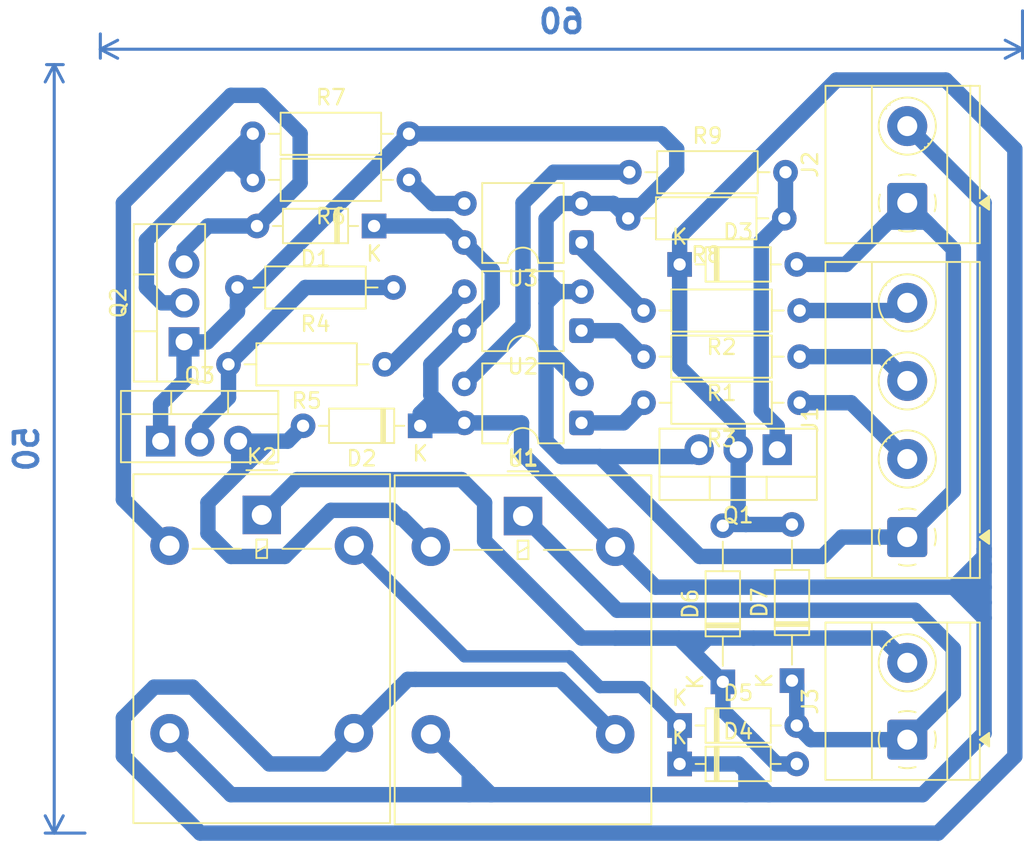
<source format=kicad_pcb>
(kicad_pcb (version 20241229) (generator "pcbnew") (generator_version "9.0")
  (layers (0 "F.Cu" signal) (2 "B.Cu" signal) (13 "F.Paste" user) (15 "B.Paste" user) (5 "F.SilkS" user "F.Silkscreen") (7 "B.SilkS" user "B.Silkscreen") (1 "F.Mask" user) (3 "B.Mask" user) (25 "Edge.Cuts" user))
  (net 0 "")
  (net 1 "VAA")
  (net 2 "Net-(D1-A)")
  (net 3 "Net-(D2-A)")
  (net 4 "GND")
  (net 5 "/mos_h")
  (net 6 "/com2")
  (net 7 "/com1")
  (net 8 "/in2")
  (net 9 "/pwm")
  (net 10 "/in1")
  (net 11 "Net-(Q1-G)")
  (net 12 "Net-(Q2-B)")
  (net 13 "Net-(Q3-B)")
  (net 14 "Net-(R1-Pad2)")
  (net 15 "Net-(R2-Pad2)")
  (net 16 "Net-(R3-Pad2)")
  (net 17 "/relay1")
  (net 18 "/relay2")
  (net 19 "/Mos")
  (footprint "Diode_THT:D_DO-35_SOD27_P7.62mm_Horizontal" (layer "F.Cu") (at 166.69 138.5)
    (property "Reference" "D5" (at 3.81 -2.12 0) (layer "F.SilkS"))
    (property "Value" "D")
    (fp_text user "K" (at 0 -1.8 0) (layer "F.SilkS"))
    (pad "1" thru_hole rect (at 0 0) (size 1.6 1.6) (drill 0.8) (layers "*.Cu" "*.Mask") (net 1 "VAA"))
    (pad "2" thru_hole oval (at 7.62 0) (size 1.6 1.6) (drill 0.8) (layers "*.Cu" "*.Mask") (net 7 "/com1"))
  )
  (footprint "TerminalBlock_Phoenix:TerminalBlock_Phoenix_MKDS-1,5-2_1x02_P5.00mm_Horizontal" (layer "F.Cu") (at 181.5 139.42 90)
    (property "Reference" "J3" (at 2.5 -6.32 90) (layer "F.SilkS"))
    (property "Value" "motor")
    (pad "1" thru_hole roundrect (at 0 0 90) (size 2.6 2.6) (drill 1.3) (layers "*.Cu" "*.Mask") (roundrect_rratio 0.096154) (net 7 "/com1"))
    (pad "2" thru_hole circle (at 5 0 90) (size 2.6 2.6) (drill 1.3) (layers "*.Cu" "*.Mask") (net 6 "/com2"))
  )
  (footprint "Resistor_THT:R_Axial_DIN0207_L6.3mm_D2.5mm_P10.16mm_Horizontal" (layer "F.Cu") (at 174.5 117.5 180)
    (property "Reference" "R3" (at 5.08 -2.37 0) (layer "F.SilkS"))
    (property "Value" "220")
    (pad "1" thru_hole circle (at 0 0 180) (size 1.6 1.6) (drill 0.8) (layers "*.Cu" "*.Mask") (net 9 "/pwm"))
    (pad "2" thru_hole oval (at 10.16 0 180) (size 1.6 1.6) (drill 0.8) (layers "*.Cu" "*.Mask") (net 16 "Net-(R3-Pad2)"))
  )
  (footprint "Package_TO_SOT_THT:TO-220-3_Vertical" (layer "F.Cu") (at 132.92 120)
    (property "Reference" "Q3" (at 2.54 -4.27 0) (layer "F.SilkS"))
    (property "Value" "2N2219")
    (pad "1" thru_hole rect (at 0 0) (size 1.905 2) (drill 1.1) (layers "*.Cu" "*.Mask") (net 4 "GND"))
    (pad "2" thru_hole oval (at 2.54 0) (size 1.905 2) (drill 1.1) (layers "*.Cu" "*.Mask") (net 13 "Net-(Q3-B)"))
    (pad "3" thru_hole oval (at 5.08 0) (size 1.905 2) (drill 1.1) (layers "*.Cu" "*.Mask") (net 3 "Net-(D2-A)"))
  )
  (footprint "Resistor_THT:R_Axial_DIN0207_L6.3mm_D2.5mm_P10.16mm_Horizontal" (layer "F.Cu") (at 163.42 102.5)
    (property "Reference" "R9" (at 5.08 -2.37 0) (layer "F.SilkS"))
    (property "Value" "1k")
    (pad "1" thru_hole circle (at 0 0) (size 1.6 1.6) (drill 0.8) (layers "*.Cu" "*.Mask") (net 19 "/Mos"))
    (pad "2" thru_hole oval (at 10.16 0) (size 1.6 1.6) (drill 0.8) (layers "*.Cu" "*.Mask") (net 11 "Net-(Q1-G)"))
  )
  (footprint "Diode_THT:D_DO-35_SOD27_P7.62mm_Horizontal" (layer "F.Cu") (at 166.69 108.5)
    (property "Reference" "D3" (at 3.81 -2.12 0) (layer "F.SilkS"))
    (property "Value" "D")
    (fp_text user "K" (at 0 -1.8 0) (layer "F.SilkS"))
    (pad "1" thru_hole rect (at 0 0) (size 1.6 1.6) (drill 0.8) (layers "*.Cu" "*.Mask") (net 5 "/mos_h"))
    (pad "2" thru_hole oval (at 7.62 0) (size 1.6 1.6) (drill 0.8) (layers "*.Cu" "*.Mask") (net 4 "GND"))
  )
  (footprint "Resistor_THT:R_Axial_DIN0207_L6.3mm_D2.5mm_P10.16mm_Horizontal" (layer "F.Cu") (at 174.5 111.5 180)
    (property "Reference" "R2" (at 5.08 -2.37 0) (layer "F.SilkS"))
    (property "Value" "220")
    (pad "1" thru_hole circle (at 0 0 180) (size 1.6 1.6) (drill 0.8) (layers "*.Cu" "*.Mask") (net 8 "/in2"))
    (pad "2" thru_hole oval (at 10.16 0 180) (size 1.6 1.6) (drill 0.8) (layers "*.Cu" "*.Mask") (net 15 "Net-(R2-Pad2)"))
  )
  (footprint "Resistor_THT:R_Axial_DIN0207_L6.3mm_D2.5mm_P10.16mm_Horizontal" (layer "F.Cu") (at 149.08 103 180)
    (property "Reference" "R6" (at 5.08 -2.37 0) (layer "F.SilkS"))
    (property "Value" "1k")
    (pad "1" thru_hole circle (at 0 0 180) (size 1.6 1.6) (drill 0.8) (layers "*.Cu" "*.Mask") (net 18 "/relay2"))
    (pad "2" thru_hole oval (at 10.16 0 180) (size 1.6 1.6) (drill 0.8) (layers "*.Cu" "*.Mask") (net 12 "Net-(Q2-B)"))
  )
  (footprint "Resistor_THT:R_Axial_DIN0207_L6.3mm_D2.5mm_P10.16mm_Horizontal" (layer "F.Cu") (at 138.92 100)
    (property "Reference" "R7" (at 5.08 -2.37 0) (layer "F.SilkS"))
    (property "Value" "1k")
    (pad "1" thru_hole circle (at 0 0) (size 1.6 1.6) (drill 0.8) (layers "*.Cu" "*.Mask") (net 12 "Net-(Q2-B)"))
    (pad "2" thru_hole oval (at 10.16 0) (size 1.6 1.6) (drill 0.8) (layers "*.Cu" "*.Mask") (net 4 "GND"))
  )
  (footprint "Relay_THT:Relay_SPDT_Omron-G5LE-1" (layer "F.Cu") (at 139.5 124.8)
    (property "Reference" "K2" (at 0 -3.8 0) (layer "F.SilkS"))
    (property "Value" "G5LE-1")
    (pad "1" thru_hole rect (at 0 0) (size 2.5 2.5) (drill 1.3) (layers "*.Cu" "*.Mask") (net 6 "/com2"))
    (pad "2" thru_hole oval (at -6 2) (size 2.5 2.5) (drill 1.3) (layers "*.Cu" "*.Mask") (net 2 "Net-(D1-A)"))
    (pad "3" thru_hole oval (at -6 14.2) (size 2.5 2.5) (drill 1.3) (layers "*.Cu" "*.Mask") (net 1 "VAA"))
    (pad "4" thru_hole oval (at 6 14.2) (size 2.5 2.5) (drill 1.3) (layers "*.Cu" "*.Mask") (net 5 "/mos_h"))
    (pad "5" thru_hole oval (at 6 2) (size 2.5 2.5) (drill 1.3) (layers "*.Cu" "*.Mask") (net 1 "VAA"))
  )
  (footprint "Package_DIP:DIP-4_W7.62mm" (layer "F.Cu") (at 160.305 112.81 180)
    (property "Reference" "U2" (at 3.81 -2.33 0) (layer "F.SilkS"))
    (property "Value" "PC817")
    (pad "1" thru_hole roundrect (at 0 0 180) (size 1.6 1.6) (drill 0.8) (layers "*.Cu" "*.Mask") (roundrect_rratio 0.15625) (net 14 "Net-(R1-Pad2)"))
    (pad "2" thru_hole circle (at 0 2.54 180) (size 1.6 1.6) (drill 0.8) (layers "*.Cu" "*.Mask") (net 4 "GND"))
    (pad "3" thru_hole circle (at 7.62 2.54 180) (size 1.6 1.6) (drill 0.8) (layers "*.Cu" "*.Mask") (net 17 "/relay1"))
    (pad "4" thru_hole circle (at 7.62 0 180) (size 1.6 1.6) (drill 0.8) (layers "*.Cu" "*.Mask") (net 1 "VAA"))
  )
  (footprint "Diode_THT:D_DO-35_SOD27_P7.62mm_Horizontal" (layer "F.Cu") (at 146.81 106 180)
    (property "Reference" "D1" (at 3.81 -2.12 0) (layer "F.SilkS"))
    (property "Value" "D")
    (fp_text user "K" (at 0 -1.8 0) (layer "F.SilkS"))
    (pad "1" thru_hole rect (at 0 0 180) (size 1.6 1.6) (drill 0.8) (layers "*.Cu" "*.Mask") (net 1 "VAA"))
    (pad "2" thru_hole oval (at 7.62 0 180) (size 1.6 1.6) (drill 0.8) (layers "*.Cu" "*.Mask") (net 2 "Net-(D1-A)"))
  )
  (footprint "Resistor_THT:R_Axial_DIN0207_L6.3mm_D2.5mm_P10.16mm_Horizontal" (layer "F.Cu") (at 174.5 114.5 180)
    (property "Reference" "R1" (at 5.08 -2.37 0) (layer "F.SilkS"))
    (property "Value" "220")
    (pad "1" thru_hole circle (at 0 0 180) (size 1.6 1.6) (drill 0.8) (layers "*.Cu" "*.Mask") (net 10 "/in1"))
    (pad "2" thru_hole oval (at 10.16 0 180) (size 1.6 1.6) (drill 0.8) (layers "*.Cu" "*.Mask") (net 14 "Net-(R1-Pad2)"))
  )
  (footprint "Package_DIP:DIP-4_W7.62mm" (layer "F.Cu") (at 160.305 107.075 180)
    (property "Reference" "U3" (at 3.81 -2.33 0) (layer "F.SilkS"))
    (property "Value" "PC817")
    (pad "1" thru_hole roundrect (at 0 0 180) (size 1.6 1.6) (drill 0.8) (layers "*.Cu" "*.Mask") (roundrect_rratio 0.15625) (net 15 "Net-(R2-Pad2)"))
    (pad "2" thru_hole circle (at 0 2.54 180) (size 1.6 1.6) (drill 0.8) (layers "*.Cu" "*.Mask") (net 4 "GND"))
    (pad "3" thru_hole circle (at 7.62 2.54 180) (size 1.6 1.6) (drill 0.8) (layers "*.Cu" "*.Mask") (net 18 "/relay2"))
    (pad "4" thru_hole circle (at 7.62 0 180) (size 1.6 1.6) (drill 0.8) (layers "*.Cu" "*.Mask") (net 1 "VAA"))
  )
  (footprint "Diode_THT:D_DO-35_SOD27_P7.62mm_Horizontal" (layer "F.Cu") (at 149.81 119 180)
    (property "Reference" "D2" (at 3.81 -2.12 0) (layer "F.SilkS"))
    (property "Value" "D")
    (fp_text user "K" (at 0 -1.8 0) (layer "F.SilkS"))
    (pad "1" thru_hole rect (at 0 0 180) (size 1.6 1.6) (drill 0.8) (layers "*.Cu" "*.Mask") (net 1 "VAA"))
    (pad "2" thru_hole oval (at 7.62 0 180) (size 1.6 1.6) (drill 0.8) (layers "*.Cu" "*.Mask") (net 3 "Net-(D2-A)"))
  )
  (footprint "Resistor_THT:R_Axial_DIN0207_L6.3mm_D2.5mm_P10.16mm_Horizontal" (layer "F.Cu") (at 173.5 105.5 180)
    (property "Reference" "R8" (at 5.08 -2.37 0) (layer "F.SilkS"))
    (property "Value" "10k")
    (pad "1" thru_hole circle (at 0 0 180) (size 1.6 1.6) (drill 0.8) (layers "*.Cu" "*.Mask") (net 11 "Net-(Q1-G)"))
    (pad "2" thru_hole oval (at 10.16 0 180) (size 1.6 1.6) (drill 0.8) (layers "*.Cu" "*.Mask") (net 4 "GND"))
  )
  (footprint "Diode_THT:D_DO-35_SOD27_P10.16mm_Horizontal" (layer "F.Cu") (at 169.5 135.66 90)
    (property "Reference" "D6" (at 5.08 -2.12 90) (layer "F.SilkS"))
    (property "Value" "D")
    (fp_text user "K" (at 0 -1.8 90) (layer "F.SilkS"))
    (pad "1" thru_hole rect (at 0 0 90) (size 1.6 1.6) (drill 0.8) (layers "*.Cu" "*.Mask") (net 6 "/com2"))
    (pad "2" thru_hole oval (at 10.16 0 90) (size 1.6 1.6) (drill 0.8) (layers "*.Cu" "*.Mask") (net 5 "/mos_h"))
  )
  (footprint "Package_DIP:DIP-4_W7.62mm" (layer "F.Cu") (at 160.305 118.81 180)
    (property "Reference" "U1" (at 3.81 -2.33 0) (layer "F.SilkS"))
    (property "Value" "PC817")
    (pad "1" thru_hole roundrect (at 0 0 180) (size 1.6 1.6) (drill 0.8) (layers "*.Cu" "*.Mask") (roundrect_rratio 0.15625) (net 16 "Net-(R3-Pad2)"))
    (pad "2" thru_hole circle (at 0 2.54 180) (size 1.6 1.6) (drill 0.8) (layers "*.Cu" "*.Mask") (net 4 "GND"))
    (pad "3" thru_hole circle (at 7.62 2.54 180) (size 1.6 1.6) (drill 0.8) (layers "*.Cu" "*.Mask") (net 19 "/Mos"))
    (pad "4" thru_hole circle (at 7.62 0 180) (size 1.6 1.6) (drill 0.8) (layers "*.Cu" "*.Mask") (net 1 "VAA"))
  )
  (footprint "Package_TO_SOT_THT:TO-220-3_Vertical" (layer "F.Cu") (at 173.04 120.555 180)
    (property "Reference" "Q1" (at 2.54 -4.27 0) (layer "F.SilkS"))
    (property "Value" "IRF540N")
    (pad "1" thru_hole rect (at 0 0 180) (size 1.905 2) (drill 1.1) (layers "*.Cu" "*.Mask") (net 11 "Net-(Q1-G)"))
    (pad "2" thru_hole oval (at 2.54 0 180) (size 1.905 2) (drill 1.1) (layers "*.Cu" "*.Mask") (net 5 "/mos_h"))
    (pad "3" thru_hole oval (at 5.08 0 180) (size 1.905 2) (drill 1.1) (layers "*.Cu" "*.Mask") (net 4 "GND"))
  )
  (footprint "Diode_THT:D_DO-35_SOD27_P10.16mm_Horizontal" (layer "F.Cu") (at 174 135.58 90)
    (property "Reference" "D7" (at 5.08 -2.12 90) (layer "F.SilkS"))
    (property "Value" "D")
    (fp_text user "K" (at 0 -1.8 90) (layer "F.SilkS"))
    (pad "1" thru_hole rect (at 0 0 90) (size 1.6 1.6) (drill 0.8) (layers "*.Cu" "*.Mask") (net 7 "/com1"))
    (pad "2" thru_hole oval (at 10.16 0 90) (size 1.6 1.6) (drill 0.8) (layers "*.Cu" "*.Mask") (net 5 "/mos_h"))
  )
  (footprint "Resistor_THT:R_Axial_DIN0207_L6.3mm_D2.5mm_P10.16mm_Horizontal" (layer "F.Cu") (at 147.5 115 180)
    (property "Reference" "R5" (at 5.08 -2.37 0) (layer "F.SilkS"))
    (property "Value" "1k")
    (pad "1" thru_hole circle (at 0 0 180) (size 1.6 1.6) (drill 0.8) (layers "*.Cu" "*.Mask") (net 17 "/relay1"))
    (pad "2" thru_hole oval (at 10.16 0 180) (size 1.6 1.6) (drill 0.8) (layers "*.Cu" "*.Mask") (net 13 "Net-(Q3-B)"))
  )
  (footprint "TerminalBlock_Phoenix:TerminalBlock_Phoenix_MKDS-1,5-2_1x02_P5.00mm_Horizontal" (layer "F.Cu") (at 181.5 104.5 90)
    (property "Reference" "J2" (at 2.5 -6.32 90) (layer "F.SilkS"))
    (property "Value" "power")
    (pad "1" thru_hole roundrect (at 0 0 90) (size 2.6 2.6) (drill 1.3) (layers "*.Cu" "*.Mask") (roundrect_rratio 0.096154) (net 4 "GND"))
    (pad "2" thru_hole circle (at 5 0 90) (size 2.6 2.6) (drill 1.3) (layers "*.Cu" "*.Mask") (net 1 "VAA"))
  )
  (footprint "Diode_THT:D_DO-35_SOD27_P7.62mm_Horizontal" (layer "F.Cu") (at 166.69 141)
    (property "Reference" "D4" (at 3.81 -2.12 0) (layer "F.SilkS"))
    (property "Value" "D")
    (fp_text user "K" (at 0 -1.8 0) (layer "F.SilkS"))
    (pad "1" thru_hole rect (at 0 0) (size 1.6 1.6) (drill 0.8) (layers "*.Cu" "*.Mask") (net 1 "VAA"))
    (pad "2" thru_hole oval (at 7.62 0) (size 1.6 1.6) (drill 0.8) (layers "*.Cu" "*.Mask") (net 6 "/com2"))
  )
  (footprint "Relay_THT:Relay_SPDT_Omron-G5LE-1" (layer "F.Cu") (at 156.5 124.8725)
    (property "Reference" "K1" (at 0 -3.8 0) (layer "F.SilkS"))
    (property "Value" "G5LE-1")
    (pad "1" thru_hole rect (at 0 0) (size 2.5 2.5) (drill 1.3) (layers "*.Cu" "*.Mask") (net 7 "/com1"))
    (pad "2" thru_hole oval (at -6 2) (size 2.5 2.5) (drill 1.3) (layers "*.Cu" "*.Mask") (net 3 "Net-(D2-A)"))
    (pad "3" thru_hole oval (at -6 14.2) (size 2.5 2.5) (drill 1.3) (layers "*.Cu" "*.Mask") (net 1 "VAA"))
    (pad "4" thru_hole oval (at 6 14.2) (size 2.5 2.5) (drill 1.3) (layers "*.Cu" "*.Mask") (net 5 "/mos_h"))
    (pad "5" thru_hole oval (at 6 2) (size 2.5 2.5) (drill 1.3) (layers "*.Cu" "*.Mask") (net 1 "VAA"))
  )
  (footprint "TerminalBlock_Phoenix:TerminalBlock_Phoenix_MKDS-1,5-4-5.08_1x04_P5.08mm_Horizontal" (layer "F.Cu") (at 181.5 126.24 90)
    (property "Reference" "J1" (at 7.62 -6.32 90) (layer "F.SilkS"))
    (property "Value" "control")
    (pad "1" thru_hole roundrect (at 0 0 90) (size 2.6 2.6) (drill 1.3) (layers "*.Cu" "*.Mask") (roundrect_rratio 0.096154) (net 4 "GND"))
    (pad "2" thru_hole circle (at 5.08 0 90) (size 2.6 2.6) (drill 1.3) (layers "*.Cu" "*.Mask") (net 9 "/pwm"))
    (pad "3" thru_hole circle (at 10.16 0 90) (size 2.6 2.6) (drill 1.3) (layers "*.Cu" "*.Mask") (net 10 "/in1"))
    (pad "4" thru_hole circle (at 15.24 0 90) (size 2.6 2.6) (drill 1.3) (layers "*.Cu" "*.Mask") (net 8 "/in2"))
  )
  (footprint "Package_TO_SOT_THT:TO-220-3_Vertical" (layer "F.Cu") (at 134.445 113.54 90)
    (property "Reference" "Q2" (at 2.54 -4.27 90) (layer "F.SilkS"))
    (property "Value" "2N2219")
    (pad "1" thru_hole rect (at 0 0 90) (size 1.905 2) (drill 1.1) (layers "*.Cu" "*.Mask") (net 4 "GND"))
    (pad "2" thru_hole oval (at 2.54 0 90) (size 1.905 2) (drill 1.1) (layers "*.Cu" "*.Mask") (net 12 "Net-(Q2-B)"))
    (pad "3" thru_hole oval (at 5.08 0 90) (size 1.905 2) (drill 1.1) (layers "*.Cu" "*.Mask") (net 2 "Net-(D1-A)"))
  )
  (footprint "Resistor_THT:R_Axial_DIN0207_L6.3mm_D2.5mm_P10.16mm_Horizontal" (layer "F.Cu") (at 148.08 110 180)
    (property "Reference" "R4" (at 5.08 -2.37 0) (layer "F.SilkS"))
    (property "Value" "1k")
    (pad "1" thru_hole circle (at 0 0 180) (size 1.6 1.6) (drill 0.8) (layers "*.Cu" "*.Mask") (net 13 "Net-(Q3-B)"))
    (pad "2" thru_hole oval (at 10.16 0 180) (size 1.6 1.6) (drill 0.8) (layers "*.Cu" "*.Mask") (net 4 "GND"))
  )
  (dimension (type orthogonal) (layer "B.Cu") (pts (xy 128.5 145.5) (xy 125 95.5)) (height -2.5) (orientation 1) (format (prefix "") (suffix "") (units 3) (units_format 0) (precision 4) (suppress_zeroes yes)) (style (thickness 0.2) (arrow_length 1.27) (text_position_mode 0) (arrow_direction outward) (extension_height 0.58642) (extension_offset 0.5) (keep_text_aligned yes)) (gr_text "50" (at 124.2 120.5 90) (layer "B.Cu") (effects (font (size 1.5 1.5) (thickness 0.3)) (justify mirror))))
  (dimension (type orthogonal) (layer "B.Cu") (pts (xy 129 93) (xy 189 91.5)) (height 1.5) (orientation 0) (format (prefix "") (suffix "") (units 3) (units_format 0) (precision 4) (suppress_zeroes yes)) (style (thickness 0.2) (arrow_length 1.27) (text_position_mode 0) (arrow_direction outward) (extension_height 0.58642) (extension_offset 0.5) (keep_text_aligned yes)) (gr_text "60" (at 159 92.7 0) (layer "B.Cu") (effects (font (size 1.5 1.5) (thickness 0.3)) (justify mirror))))
  (segment (start 145.5 126.8) (end 152.7 134) (width 0.8) (layer "B.Cu") (net 1))
  (segment (start 186.5 127.5) (end 186.5 127) (width 1) (layer "B.Cu") (net 1))
  (segment (start 186.5 128.5) (end 186.5 128) (width 1) (layer "B.Cu") (net 1))
  (segment (start 151 119) (end 151 117.5) (width 1) (layer "B.Cu") (net 1))
  (segment (start 161.5 136) (end 164.19 136) (width 0.8) (layer "B.Cu") (net 1))
  (segment (start 182.5 143) (end 186.5 139) (width 1) (layer "B.Cu") (net 1))
  (segment (start 152.7 134) (end 159.5 134) (width 0.8) (layer "B.Cu") (net 1))
  (segment (start 156.4025 120.775) (end 156.4025 118.81) (width 1) (layer "B.Cu") (net 1))
  (segment (start 150.5 117) (end 150.5 114.995) (width 1) (layer "B.Cu") (net 1))
  (segment (start 153 143) (end 153 141.5725) (width 1) (layer "B.Cu") (net 1))
  (segment (start 150.75 117.25) (end 150.5 117) (width 1) (layer "B.Cu") (net 1))
  (segment (start 166.69 141) (end 166.69 138.5) (width 1) (layer "B.Cu") (net 1))
  (segment (start 152.31 118.81) (end 150.75 117.25) (width 1) (layer "B.Cu") (net 1))
  (segment (start 154.4275 143) (end 152.96375 141.53625) (width 1) (layer "B.Cu") (net 1))
  (segment (start 156.4025 118.81) (end 152.685 118.81) (width 1) (layer "B.Cu") (net 1))
  (segment (start 146.81 106) (end 151.61 106) (width 1) (layer "B.Cu") (net 1))
  (segment (start 149.81 119) (end 151 119) (width 1) (layer "B.Cu") (net 1))
  (segment (start 152.96375 141.53625) (end 150.5 139.0725) (width 1) (layer "B.Cu") (net 1))
  (segment (start 154.5 110.995) (end 154.5 108.89) (width 1) (layer "B.Cu") (net 1))
  (segment (start 151.61 106) (end 152.685 107.075) (width 1) (layer "B.Cu") (net 1))
  (segment (start 151 117.5) (end 150.75 117.25) (width 1) (layer "B.Cu") (net 1))
  (segment (start 171 143) (end 171 141.5) (width 1) (layer "B.Cu") (net 1))
  (segment (start 186.5 139) (end 186.5 131.5) (width 1) (layer "B.Cu") (net 1))
  (segment (start 186.5 129.5) (end 185.5 129.5) (width 1) (layer "B.Cu") (net 1))
  (segment (start 186.5 104.5) (end 181.5 99.5) (width 1) (layer "B.Cu") (net 1))
  (segment (start 150.5 114.995) (end 152.685 112.81) (width 1) (layer "B.Cu") (net 1))
  (segment (start 185.5 129.5) (end 186.5 130.5) (width 1) (layer "B.Cu") (net 1))
  (segment (start 186.5 131.5) (end 186.5 130.5) (width 1) (layer "B.Cu") (net 1))
  (segment (start 153 141.5725) (end 152.96375 141.53625) (width 1) (layer "B.Cu") (net 1))
  (segment (start 172.5 143) (end 182.5 143) (width 1) (layer "B.Cu") (net 1))
  (segment (start 137.5 143) (end 133.5 139) (width 1) (layer "B.Cu") (net 1))
  (segment (start 172.5 143) (end 171 143) (width 1) (layer "B.Cu") (net 1))
  (segment (start 165.1275 129.5) (end 162.5 126.8725) (width 1) (layer "B.Cu") (net 1))
  (segment (start 186.5 127) (end 186.5 104.5) (width 1) (layer "B.Cu") (net 1))
  (segment (start 154.5 108.89) (end 152.685 107.075) (width 1) (layer "B.Cu") (net 1))
  (segment (start 152.685 118.81) (end 152.31 118.81) (width 1) (layer "B.Cu") (net 1))
  (segment (start 185.5 129.5) (end 184.5 129.5) (width 1) (layer "B.Cu") (net 1))
  (segment (start 159.5 134) (end 161.5 136) (width 0.8) (layer "B.Cu") (net 1))
  (segment (start 186.5 130.5) (end 186.5 129.5) (width 1) (layer "B.Cu") (net 1))
  (segment (start 154.4275 143) (end 153 143) (width 1) (layer "B.Cu") (net 1))
  (segment (start 152.495 119) (end 152.685 118.81) (width 1) (layer "B.Cu") (net 1))
  (segment (start 149.81 118.19) (end 150.75 117.25) (width 1) (layer "B.Cu") (net 1))
  (segment (start 162.5 126.8725) (end 156.4025 120.775) (width 1) (layer "B.Cu") (net 1))
  (segment (start 184.5 129.5) (end 186.5 127.5) (width 1) (layer "B.Cu") (net 1))
  (segment (start 184.5 129.5) (end 165.1275 129.5) (width 1) (layer "B.Cu") (net 1))
  (segment (start 149.81 119) (end 149.81 118.19) (width 1) (layer "B.Cu") (net 1))
  (segment (start 184.5 129.5) (end 186.5 131.5) (width 1) (layer "B.Cu") (net 1))
  (segment (start 171 143) (end 154.4275 143) (width 1) (layer "B.Cu") (net 1))
  (segment (start 164.19 136) (end 166.69 138.5) (width 0.8) (layer "B.Cu") (net 1))
  (segment (start 166.69 141) (end 170.5 141) (width 1) (layer "B.Cu") (net 1))
  (segment (start 152.685 112.81) (end 154.5 110.995) (width 1) (layer "B.Cu") (net 1))
  (segment (start 153 143) (end 137.5 143) (width 1) (layer "B.Cu") (net 1))
  (segment (start 185.5 129.5) (end 186.5 128.5) (width 1) (layer "B.Cu") (net 1))
  (segment (start 186.5 129.5) (end 186.5 128) (width 1) (layer "B.Cu") (net 1))
  (segment (start 170.5 141) (end 171 141.5) (width 1) (layer "B.Cu") (net 1))
  (segment (start 186.5 128) (end 186.5 127) (width 1) (layer "B.Cu") (net 1))
  (segment (start 151 119) (end 152.495 119) (width 1) (layer "B.Cu") (net 1))
  (segment (start 171 141.5) (end 172.5 143) (width 1) (layer "B.Cu") (net 1))
  (segment (start 136 106) (end 139.19 106) (width 1) (layer "B.Cu") (net 2))
  (segment (start 139.19 106) (end 142 103.19) (width 1) (layer "B.Cu") (net 2))
  (segment (start 142 100) (end 139.5 97.5) (width 1) (layer "B.Cu") (net 2))
  (segment (start 134.445 107.555) (end 136 106) (width 1) (layer "B.Cu") (net 2))
  (segment (start 130.5 104.5) (end 137.5 97.5) (width 1) (layer "B.Cu") (net 2))
  (segment (start 139.5 97.5) (end 137.5 97.5) (width 1) (layer "B.Cu") (net 2))
  (segment (start 133.5 126.8) (end 130.5 123.8) (width 1) (layer "B.Cu") (net 2))
  (segment (start 142 103.19) (end 142 100) (width 1) (layer "B.Cu") (net 2))
  (segment (start 134.445 108.46) (end 134.445 107.555) (width 1) (layer "B.Cu") (net 2))
  (segment (start 130.5 123.8) (end 130.5 104.5) (width 1) (layer "B.Cu") (net 2))
  (segment (start 148.6275 125) (end 148.5 125) (width 1) (layer "B.Cu") (net 3))
  (segment (start 138 122) (end 140 120) (width 1) (layer "B.Cu") (net 3))
  (segment (start 141 127.5) (end 137.5 127.5) (width 1) (layer "B.Cu") (net 3))
  (segment (start 136 126) (end 136 124) (width 1) (layer "B.Cu") (net 3))
  (segment (start 140 120) (end 141.19 120) (width 1) (layer "B.Cu") (net 3))
  (segment (start 148 124.5) (end 144 124.5) (width 1) (layer "B.Cu") (net 3))
  (segment (start 138 122) (end 138 120) (width 1) (layer "B.Cu") (net 3))
  (segment (start 148.5 125) (end 148 124.5) (width 1) (layer "B.Cu") (net 3))
  (segment (start 137.5 127.5) (end 136 126) (width 1) (layer "B.Cu") (net 3))
  (segment (start 144 124.5) (end 141 127.5) (width 1) (layer "B.Cu") (net 3))
  (segment (start 150.5 126.8725) (end 148.6275 125) (width 1) (layer "B.Cu") (net 3))
  (segment (start 138 120) (end 140 120) (width 1) (layer "B.Cu") (net 3))
  (segment (start 141.19 120) (end 142.19 119) (width 1) (layer "B.Cu") (net 3))
  (segment (start 136 124) (end 138 122) (width 1) (layer "B.Cu") (net 3))
  (segment (start 181.5 126.24) (end 177.26 126.24) (width 1) (layer "B.Cu") (net 4))
  (segment (start 137.92 111.5) (end 137.92 110) (width 1) (layer "B.Cu") (net 4))
  (segment (start 162.375 104.535) (end 163.34 105.5) (width 1) (layer "B.Cu") (net 4))
  (segment (start 132.92 120) (end 132.92 117.58) (width 1) (layer "B.Cu") (net 4))
  (segment (start 162.375 104.535) (end 162.51 104.67) (width 1) (layer "B.Cu") (net 4))
  (segment (start 158 109.5) (end 158 111.035) (width 1) (layer "B.Cu") (net 4))
  (segment (start 158.765 110.265) (end 158 109.5) (width 1) (layer "B.Cu") (net 4))
  (segment (start 158 120) (end 159 121) (width 1) (layer "B.Cu") (net 4))
  (segment (start 160.305 116.27) (end 158 113.965) (width 1) (layer "B.Cu") (net 4))
  (segment (start 158 105.535) (end 158 109.5) (width 1) (layer "B.Cu") (net 4))
  (segment (start 165.5 100) (end 166.5 101) (width 1) (layer "B.Cu") (net 4))
  (segment (start 158 113.965) (end 158 120) (width 1) (layer "B.Cu") (net 4))
  (segment (start 177.5 108.5) (end 180 106) (width 1) (layer "B.Cu") (net 4))
  (segment (start 137.92 110) (end 139.08 110) (width 1) (layer "B.Cu") (net 4))
  (segment (start 180 106) (end 181.5 104.5) (width 1) (layer "B.Cu") (net 4))
  (segment (start 184.5 107.5) (end 183 106) (width 1) (layer "B.Cu") (net 4))
  (segment (start 158.765 110.27) (end 158.765 110.265) (width 1) (layer "B.Cu") (net 4))
  (segment (start 137.92 111.16) (end 139.08 110) (width 1) (layer "B.Cu") (net 4))
  (segment (start 159 104.535) (end 158 105.535) (width 1) (layer "B.Cu") (net 4))
  (segment (start 158 113.965) (end 158 111.035) (width 1) (layer "B.Cu") (net 4))
  (segment (start 139.08 110) (end 149.08 100) (width 1) (layer "B.Cu") (net 4))
  (segment (start 184.5 123.24) (end 184.5 107.5) (width 1) (layer "B.Cu") (net 4))
  (segment (start 166.5 102.34) (end 164.17 104.67) (width 1) (layer "B.Cu") (net 4))
  (segment (start 158.765 110.27) (end 160.305 110.27) (width 1) (layer "B.Cu") (net 4))
  (segment (start 161.5 121) (end 159 121) (width 1) (layer "B.Cu") (net 4))
  (segment (start 168 127.5) (end 161.5 121) (width 1) (layer "B.Cu") (net 4))
  (segment (start 167.515 121) (end 167.96 120.555) (width 1) (layer "B.Cu") (net 4))
  (segment (start 132.92 117.58) (end 134.445 116.055) (width 1) (layer "B.Cu") (net 4))
  (segment (start 164.17 104.67) (end 163.34 105.5) (width 1) (layer "B.Cu") (net 4))
  (segment (start 134.445 116.055) (end 134.445 113.54) (width 1) (layer "B.Cu") (net 4))
  (segment (start 162.51 104.67) (end 164.17 104.67) (width 1) (layer "B.Cu") (net 4))
  (segment (start 135.96 113.54) (end 137.92 111.58) (width 1) (layer "B.Cu") (net 4))
  (segment (start 182.75 105.75) (end 180.25 105.75) (width 1) (layer "B.Cu") (net 4))
  (segment (start 183 106) (end 182.75 105.75) (width 1) (layer "B.Cu") (net 4))
  (segment (start 160.305 104.535) (end 162.375 104.535) (width 1) (layer "B.Cu") (net 4))
  (segment (start 181.5 126.24) (end 184.5 123.24) (width 1) (layer "B.Cu") (net 4))
  (segment (start 165.5 100) (end 149.08 100) (width 1) (layer "B.Cu") (net 4))
  (segment (start 159 104.535) (end 160.305 104.535) (width 1) (layer "B.Cu") (net 4))
  (segment (start 158 111.035) (end 158.765 110.27) (width 1) (layer "B.Cu") (net 4))
  (segment (start 166.5 101) (end 166.5 102.34) (width 1) (layer "B.Cu") (net 4))
  (segment (start 137.92 111.58) (end 137.92 111.5) (width 1) (layer "B.Cu") (net 4))
  (segment (start 177.26 126.24) (end 176 127.5) (width 1) (layer "B.Cu") (net 4))
  (segment (start 159 121) (end 167.515 121) (width 1) (layer "B.Cu") (net 4))
  (segment (start 180.25 105.75) (end 180 106) (width 1) (layer "B.Cu") (net 4))
  (segment (start 134.445 113.54) (end 135.96 113.54) (width 1) (layer "B.Cu") (net 4))
  (segment (start 174.31 108.5) (end 177.5 108.5) (width 1) (layer "B.Cu") (net 4))
  (segment (start 183 106) (end 181.5 104.5) (width 1) (layer "B.Cu") (net 4))
  (segment (start 160.34 104.5) (end 160.305 104.535) (width 1) (layer "B.Cu") (net 4))
  (segment (start 176 127.5) (end 168 127.5) (width 1) (layer "B.Cu") (net 4))
  (segment (start 137.92 111.5) (end 137.92 111.16) (width 1) (layer "B.Cu") (net 4))
  (segment (start 130.5 140.5) (end 130.5 138) (width 1) (layer "B.Cu") (net 5))
  (segment (start 132.5 136) (end 135 136) (width 1) (layer "B.Cu") (net 5))
  (segment (start 149 135.5) (end 145.5 139) (width 1) (layer "B.Cu") (net 5))
  (segment (start 170.5 124.5) (end 169.5 125.5) (width 1) (layer "B.Cu") (net 5))
  (segment (start 158.9275 135.5) (end 149.5 135.5) (width 1) (layer "B.Cu") (net 5))
  (segment (start 170.5 124.92) (end 171 125.42) (width 1) (layer "B.Cu") (net 5))
  (segment (start 170.5 120.555) (end 170.5 124.5) (width 1) (layer "B.Cu") (net 5))
  (segment (start 149.5 135.5) (end 149 135.5) (width 1) (layer "B.Cu") (net 5))
  (segment (start 130.5 138) (end 132.5 136) (width 1) (layer "B.Cu") (net 5))
  (segment (start 171 125.42) (end 169.58 125.42) (width 1) (layer "B.Cu") (net 5))
  (segment (start 135.5 145.5) (end 130.5 140.5) (width 1) (layer "B.Cu") (net 5))
  (segment (start 170.5 119) (end 166.69 115.19) (width 1) (layer "B.Cu") (net 5))
  (segment (start 174 125.42) (end 171 125.42) (width 1) (layer "B.Cu") (net 5))
  (segment (start 166.69 106.7) (end 176.89 96.5) (width 1) (layer "B.Cu") (net 5))
  (segment (start 166.69 115.19) (end 166.69 108.5) (width 1) (layer "B.Cu") (net 5))
  (segment (start 166.69 108.5) (end 166.69 106.7) (width 1) (layer "B.Cu") (net 5))
  (segment (start 176.89 96.5) (end 184 96.5) (width 1) (layer "B.Cu") (net 5))
  (segment (start 170.5 120.555) (end 170.5 119) (width 1) (layer "B.Cu") (net 5))
  (segment (start 143.5 141) (end 145.5 139) (width 1) (layer "B.Cu") (net 5))
  (segment (start 183.5 145.5) (end 135.5 145.5) (width 1) (layer "B.Cu") (net 5))
  (segment (start 184 96.5) (end 188.5 101) (width 1) (layer "B.Cu") (net 5))
  (segment (start 162.5 139.0725) (end 158.9275 135.5) (width 1) (layer "B.Cu") (net 5))
  (segment (start 188.5 140.5) (end 183.5 145.5) (width 1) (layer "B.Cu") (net 5))
  (segment (start 170.5 124.5) (end 170.5 124.92) (width 1) (layer "B.Cu") (net 5))
  (segment (start 135 136) (end 140 141) (width 1) (layer "B.Cu") (net 5))
  (segment (start 188.5 101) (end 188.5 140.5) (width 1) (layer "B.Cu") (net 5))
  (segment (start 140 141) (end 143.5 141) (width 1) (layer "B.Cu") (net 5))
  (segment (start 169.58 125.42) (end 169.5 125.5) (width 1) (layer "B.Cu") (net 5))
  (segment (start 167.67 133.83) (end 166.65 132.81) (width 1) (layer "B.Cu") (net 6))
  (segment (start 169.5 132.81) (end 168.5 132.81) (width 1) (layer "B.Cu") (net 6))
  (segment (start 169.5 137.5) (end 171.5 139.5) (width 1) (layer "B.Cu") (net 6))
  (segment (start 141.8 122.5) (end 139.5 124.8) (width 1) (layer "B.Cu") (net 6))
  (segment (start 167.67 133.64) (end 168.5 132.81) (width 1) (layer "B.Cu") (net 6))
  (segment (start 174.31 141) (end 173 141) (width 1) (layer "B.Cu") (net 6))
  (segment (start 166.65 132.81) (end 162.5 132.81) (width 1) (layer "B.Cu") (net 6))
  (segment (start 179.89 132.81) (end 171.5 132.81) (width 1) (layer "B.Cu") (net 6))
  (segment (start 162.5 132.81) (end 160.31 132.81) (width 1) (layer "B.Cu") (net 6))
  (segment (start 154 124) (end 152.5 122.5) (width 1) (layer "B.Cu") (net 6))
  (segment (start 171.5 132.81) (end 169.5 132.81) (width 1) (layer "B.Cu") (net 6))
  (segment (start 169.5 135.66) (end 167.67 133.83) (width 1) (layer "B.Cu") (net 6))
  (segment (start 168.5 132.81) (end 162.5 132.81) (width 1) (layer "B.Cu") (net 6))
  (segment (start 173 141) (end 171.5 139.5) (width 1) (layer "B.Cu") (net 6))
  (segment (start 181.5 134.42) (end 179.89 132.81) (width 1) (layer "B.Cu") (net 6))
  (segment (start 169.5 135.66) (end 169.5 137.5) (width 1) (layer "B.Cu") (net 6))
  (segment (start 160.31 132.81) (end 154 126.5) (width 1) (layer "B.Cu") (net 6))
  (segment (start 154 126.5) (end 154 124) (width 1) (layer "B.Cu") (net 6))
  (segment (start 152.5 122.5) (end 141.8 122.5) (width 1) (layer "B.Cu") (net 6))
  (segment (start 167.67 133.83) (end 167.67 133.64) (width 1) (layer "B.Cu") (net 6))
  (segment (start 181.5 139.42) (end 175.23 139.42) (width 1) (layer "B.Cu") (net 7))
  (segment (start 175.23 139.42) (end 174.31 138.5) (width 1) (layer "B.Cu") (net 7))
  (segment (start 182 131) (end 184.5 133.5) (width 1) (layer "B.Cu") (net 7))
  (segment (start 184.5 136.42) (end 181.5 139.42) (width 1) (layer "B.Cu") (net 7))
  (segment (start 182.08 139.42) (end 181.5 139.42) (width 1) (layer "B.Cu") (net 7))
  (segment (start 174.31 138.5) (end 174.31 135.89) (width 1) (layer "B.Cu") (net 7))
  (segment (start 174.5 138.31) (end 174.31 138.5) (width 1) (layer "B.Cu") (net 7))
  (segment (start 156.5 124.8725) (end 162.6275 131) (width 1) (layer "B.Cu") (net 7))
  (segment (start 162.6275 131) (end 182 131) (width 1) (layer "B.Cu") (net 7))
  (segment (start 174.31 135.89) (end 174 135.58) (width 1) (layer "B.Cu") (net 7))
  (segment (start 184.5 133.5) (end 184.5 136.42) (width 1) (layer "B.Cu") (net 7))
  (segment (start 174.5 111.5) (end 181 111.5) (width 1) (layer "B.Cu") (net 8))
  (segment (start 181 111.5) (end 181.5 111) (width 1) (layer "B.Cu") (net 8))
  (segment (start 174.5 117.5) (end 177.84 117.5) (width 1) (layer "B.Cu") (net 9))
  (segment (start 177.84 117.5) (end 181.5 121.16) (width 1) (layer "B.Cu") (net 9))
  (segment (start 179.92 114.5) (end 181.5 116.08) (width 1) (layer "B.Cu") (net 10))
  (segment (start 174.5 114.5) (end 179.92 114.5) (width 1) (layer "B.Cu") (net 10))
  (segment (start 172 118) (end 172 107) (width 1) (layer "B.Cu") (net 11))
  (segment (start 173.58 105.42) (end 173.5 105.5) (width 1) (layer "B.Cu") (net 11))
  (segment (start 173.04 119.04) (end 172 118) (width 1) (layer "B.Cu") (net 11))
  (segment (start 173.04 120.555) (end 173.04 119.04) (width 1) (layer "B.Cu") (net 11))
  (segment (start 173.58 102.5) (end 173.58 105.42) (width 1) (layer "B.Cu") (net 11))
  (segment (start 172 107) (end 173.5 105.5) (width 1) (layer "B.Cu") (net 11))
  (segment (start 138 101.5) (end 137.71 101.21) (width 1) (layer "B.Cu") (net 12))
  (segment (start 138.92 103) (end 138.92 101.5) (width 1) (layer "B.Cu") (net 12))
  (segment (start 138.92 103) (end 137.88 101.96) (width 1) (layer "B.Cu") (net 12))
  (segment (start 136.96 101.96) (end 137.71 101.21) (width 1) (layer "B.Cu") (net 12))
  (segment (start 132 106.92) (end 136.96 101.96) (width 1) (layer "B.Cu") (net 12))
  (segment (start 132 110) (end 132 106.92) (width 1) (layer "B.Cu") (net 12))
  (segment (start 137.88 101.96) (end 136.96 101.96) (width 1) (layer "B.Cu") (net 12))
  (segment (start 133 111) (end 132 110) (width 1) (layer "B.Cu") (net 12))
  (segment (start 137.71 101.21) (end 138.92 100) (width 1) (layer "B.Cu") (net 12))
  (segment (start 138.92 101.5) (end 138.92 100) (width 1) (layer "B.Cu") (net 12))
  (segment (start 138.92 101.5) (end 138 101.5) (width 1) (layer "B.Cu") (net 12))
  (segment (start 134.445 111) (end 133 111) (width 1) (layer "B.Cu") (net 12))
  (segment (start 148.08 110) (end 142.34 110) (width 1) (layer "B.Cu") (net 13))
  (segment (start 135.46 119.04) (end 137.34 117.16) (width 1) (layer "B.Cu") (net 13))
  (segment (start 137.34 117.16) (end 137.34 115) (width 1) (layer "B.Cu") (net 13))
  (segment (start 142.34 110) (end 137.34 115) (width 1) (layer "B.Cu") (net 13))
  (segment (start 135.46 120) (end 135.46 119.04) (width 1) (layer "B.Cu") (net 13))
  (segment (start 162.65 112.81) (end 164.34 114.5) (width 1) (layer "B.Cu") (net 14))
  (segment (start 160.305 112.81) (end 162.65 112.81) (width 1) (layer "B.Cu") (net 14))
  (segment (start 160.305 107.465) (end 164.34 111.5) (width 1) (layer "B.Cu") (net 15))
  (segment (start 160.305 107.075) (end 160.305 107.465) (width 1) (layer "B.Cu") (net 15))
  (segment (start 163.03 118.81) (end 164.34 117.5) (width 1) (layer "B.Cu") (net 16))
  (segment (start 160.305 118.81) (end 163.03 118.81) (width 1) (layer "B.Cu") (net 16))
  (segment (start 147.955 115) (end 152.685 110.27) (width 1) (layer "B.Cu") (net 17))
  (segment (start 152.42 110.535) (end 152.685 110.27) (width 0.8) (layer "B.Cu") (net 17))
  (segment (start 147.5 115) (end 147.955 115) (width 1) (layer "B.Cu") (net 17))
  (segment (start 150.615 104.535) (end 149.08 103) (width 1) (layer "B.Cu") (net 18))
  (segment (start 152.685 104.535) (end 150.615 104.535) (width 1) (layer "B.Cu") (net 18))
  (segment (start 152.42 116.535) (end 152.685 116.27) (width 0.8) (layer "B.Cu") (net 19))
  (segment (start 158.5 102.5) (end 156.5 104.5) (width 1) (layer "B.Cu") (net 19))
  (segment (start 156.5 104.5) (end 156.5 112.455) (width 1) (layer "B.Cu") (net 19))
  (segment (start 163.42 102.5) (end 158.5 102.5) (width 1) (layer "B.Cu") (net 19))
  (segment (start 156.5 112.455) (end 152.685 116.27) (width 1) (layer "B.Cu") (net 19))
)
</source>
